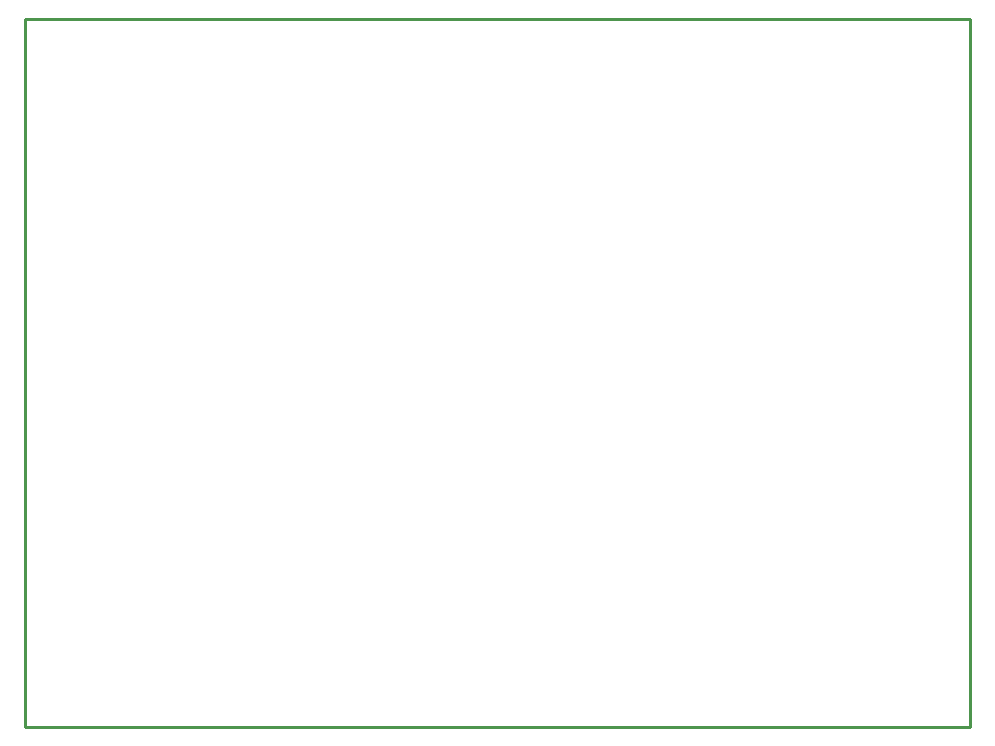
<source format=gko>
G04 ADPS-100 Power Board - Board Outline*
%FSLAX46Y46*%
%MOIN*%
%ADD10C,0.0100*%

D10*
X0Y0D02*
X3150000Y0D01*
X3150000Y2360000D01*
X0Y2360000D01*
X0Y0D01*

M02*

</source>
